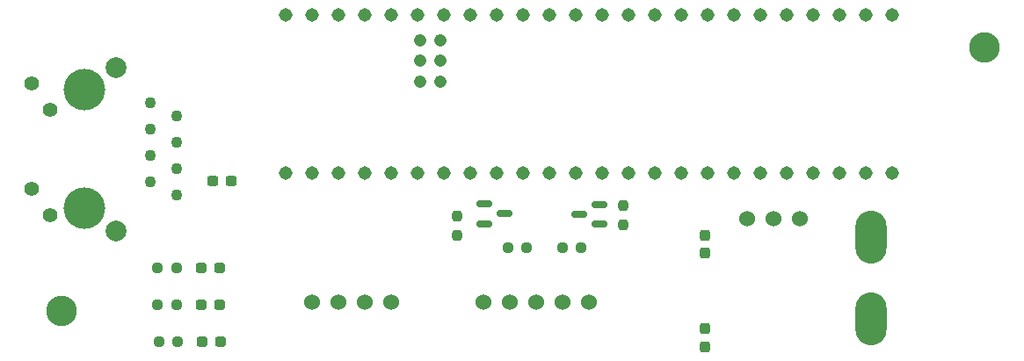
<source format=gbr>
%TF.GenerationSoftware,KiCad,Pcbnew,7.0.7*%
%TF.CreationDate,2023-10-30T23:08:10-05:00*%
%TF.ProjectId,Raman_Spectrometer_Board,52616d61-6e5f-4537-9065-6374726f6d65,rev?*%
%TF.SameCoordinates,Original*%
%TF.FileFunction,Soldermask,Top*%
%TF.FilePolarity,Negative*%
%FSLAX46Y46*%
G04 Gerber Fmt 4.6, Leading zero omitted, Abs format (unit mm)*
G04 Created by KiCad (PCBNEW 7.0.7) date 2023-10-30 23:08:10*
%MOMM*%
%LPD*%
G01*
G04 APERTURE LIST*
G04 Aperture macros list*
%AMRoundRect*
0 Rectangle with rounded corners*
0 $1 Rounding radius*
0 $2 $3 $4 $5 $6 $7 $8 $9 X,Y pos of 4 corners*
0 Add a 4 corners polygon primitive as box body*
4,1,4,$2,$3,$4,$5,$6,$7,$8,$9,$2,$3,0*
0 Add four circle primitives for the rounded corners*
1,1,$1+$1,$2,$3*
1,1,$1+$1,$4,$5*
1,1,$1+$1,$6,$7*
1,1,$1+$1,$8,$9*
0 Add four rect primitives between the rounded corners*
20,1,$1+$1,$2,$3,$4,$5,0*
20,1,$1+$1,$4,$5,$6,$7,0*
20,1,$1+$1,$6,$7,$8,$9,0*
20,1,$1+$1,$8,$9,$2,$3,0*%
G04 Aperture macros list end*
%ADD10RoundRect,0.237500X0.237500X-0.250000X0.237500X0.250000X-0.237500X0.250000X-0.237500X-0.250000X0*%
%ADD11O,3.000000X5.100000*%
%ADD12C,1.524000*%
%ADD13C,1.100000*%
%ADD14C,1.400000*%
%ADD15C,4.000000*%
%ADD16C,2.000000*%
%ADD17RoundRect,0.237500X-0.287500X-0.237500X0.287500X-0.237500X0.287500X0.237500X-0.287500X0.237500X0*%
%ADD18RoundRect,0.237500X0.237500X-0.300000X0.237500X0.300000X-0.237500X0.300000X-0.237500X-0.300000X0*%
%ADD19RoundRect,0.237500X0.250000X0.237500X-0.250000X0.237500X-0.250000X-0.237500X0.250000X-0.237500X0*%
%ADD20C,2.946400*%
%ADD21RoundRect,0.237500X-0.237500X0.250000X-0.237500X-0.250000X0.237500X-0.250000X0.237500X0.250000X0*%
%ADD22RoundRect,0.150000X0.587500X0.150000X-0.587500X0.150000X-0.587500X-0.150000X0.587500X-0.150000X0*%
%ADD23RoundRect,0.237500X-0.300000X-0.237500X0.300000X-0.237500X0.300000X0.237500X-0.300000X0.237500X0*%
%ADD24C,1.308000*%
%ADD25C,1.208000*%
%ADD26RoundRect,0.150000X-0.587500X-0.150000X0.587500X-0.150000X0.587500X0.150000X-0.587500X0.150000X0*%
%ADD27RoundRect,0.237500X-0.250000X-0.237500X0.250000X-0.237500X0.250000X0.237500X-0.250000X0.237500X0*%
G04 APERTURE END LIST*
D10*
%TO.C,R6*%
X85344000Y-58579500D03*
X85344000Y-56754500D03*
%TD*%
D11*
%TO.C,Conn1*%
X109284800Y-67691000D03*
X109284800Y-59817000D03*
%TD*%
D12*
%TO.C,Conn2*%
X82042000Y-66040000D03*
X79502000Y-66040000D03*
X76962000Y-66040000D03*
X74422000Y-66040000D03*
X71882000Y-66040000D03*
%TD*%
D13*
%TO.C,J1*%
X39826500Y-46863000D03*
X42366500Y-48133000D03*
X39826500Y-49403000D03*
X42366500Y-50673000D03*
X39826500Y-51943000D03*
X42366500Y-53213000D03*
X39826500Y-54483000D03*
X42366500Y-55753000D03*
D14*
X28396500Y-44983000D03*
X30186500Y-47523000D03*
X28396500Y-55093000D03*
X30186500Y-57633000D03*
D15*
X33476500Y-45593000D03*
X33476500Y-57023000D03*
D16*
X36526500Y-43433000D03*
X36526500Y-59183000D03*
%TD*%
D17*
%TO.C,D2*%
X44732000Y-66294000D03*
X46482000Y-66294000D03*
%TD*%
D12*
%TO.C,U2*%
X97282000Y-58039000D03*
X99822000Y-58039000D03*
X102362000Y-58039000D03*
%TD*%
%TO.C,Conn3*%
X62992000Y-66040000D03*
X60452000Y-66040000D03*
X57912000Y-66040000D03*
X55372000Y-66040000D03*
X55372000Y-66040000D03*
%TD*%
D18*
%TO.C,C3*%
X93218000Y-61314500D03*
X93218000Y-59589500D03*
%TD*%
D17*
%TO.C,D1*%
X44732000Y-62738000D03*
X46482000Y-62738000D03*
%TD*%
D19*
%TO.C,R5*%
X42465000Y-69850000D03*
X40640000Y-69850000D03*
%TD*%
D20*
%TO.C,V2*%
X120142000Y-41529000D03*
%TD*%
D21*
%TO.C,R7*%
X69342000Y-57770500D03*
X69342000Y-59595500D03*
%TD*%
D22*
%TO.C,Q1*%
X83058000Y-58551000D03*
X83058000Y-56651000D03*
X81183000Y-57601000D03*
%TD*%
D23*
%TO.C,C1*%
X45873500Y-54356000D03*
X47598500Y-54356000D03*
%TD*%
D24*
%TO.C,U1*%
X55372000Y-53594000D03*
X57912000Y-53594000D03*
X60452000Y-53594000D03*
X62992000Y-53594000D03*
X88392000Y-53594000D03*
X57912000Y-38354000D03*
X65532000Y-53594000D03*
X68072000Y-53594000D03*
X70612000Y-53594000D03*
X73152000Y-53594000D03*
X75692000Y-53594000D03*
X78232000Y-53594000D03*
X80772000Y-53594000D03*
X83312000Y-53594000D03*
X85852000Y-53594000D03*
X85852000Y-38354000D03*
X83312000Y-38354000D03*
X80772000Y-38354000D03*
X78232000Y-38354000D03*
X75692000Y-38354000D03*
X73152000Y-38354000D03*
X70612000Y-38354000D03*
X68072000Y-38354000D03*
X65532000Y-38354000D03*
X62992000Y-38354000D03*
X60452000Y-38354000D03*
X90932000Y-53594000D03*
X93472000Y-53594000D03*
X96012000Y-53594000D03*
X98552000Y-53594000D03*
X101092000Y-53594000D03*
X103632000Y-53594000D03*
X106172000Y-53594000D03*
X108712000Y-53594000D03*
X111252000Y-53594000D03*
X111252000Y-38354000D03*
X108712000Y-38354000D03*
X106172000Y-38354000D03*
X103632000Y-38354000D03*
X101092000Y-38354000D03*
X98552000Y-38354000D03*
X96012000Y-38354000D03*
X93472000Y-38354000D03*
X90932000Y-38354000D03*
X52832000Y-53594000D03*
X88392000Y-38354000D03*
X55372000Y-38354000D03*
D25*
X67802000Y-42804000D03*
X65802000Y-42804000D03*
X65802000Y-40804000D03*
X67802000Y-40804000D03*
X67802000Y-44804000D03*
X65802000Y-44804000D03*
D24*
X52832000Y-38354000D03*
%TD*%
D19*
%TO.C,R3*%
X42352000Y-62738000D03*
X40527000Y-62738000D03*
%TD*%
%TO.C,R4*%
X42352000Y-66293934D03*
X40527000Y-66293934D03*
%TD*%
D17*
%TO.C,D3*%
X44845000Y-69850000D03*
X46595000Y-69850000D03*
%TD*%
D26*
%TO.C,Q2*%
X72039000Y-56585000D03*
X72039000Y-58485000D03*
X73914000Y-57535000D03*
%TD*%
D20*
%TO.C,V1*%
X31242000Y-66929000D03*
%TD*%
D27*
%TO.C,R2*%
X74271500Y-60837000D03*
X76096500Y-60837000D03*
%TD*%
D19*
%TO.C,R1*%
X81327122Y-60837000D03*
X79502122Y-60837000D03*
%TD*%
D18*
%TO.C,C2*%
X93218000Y-70358000D03*
X93218000Y-68633000D03*
%TD*%
M02*

</source>
